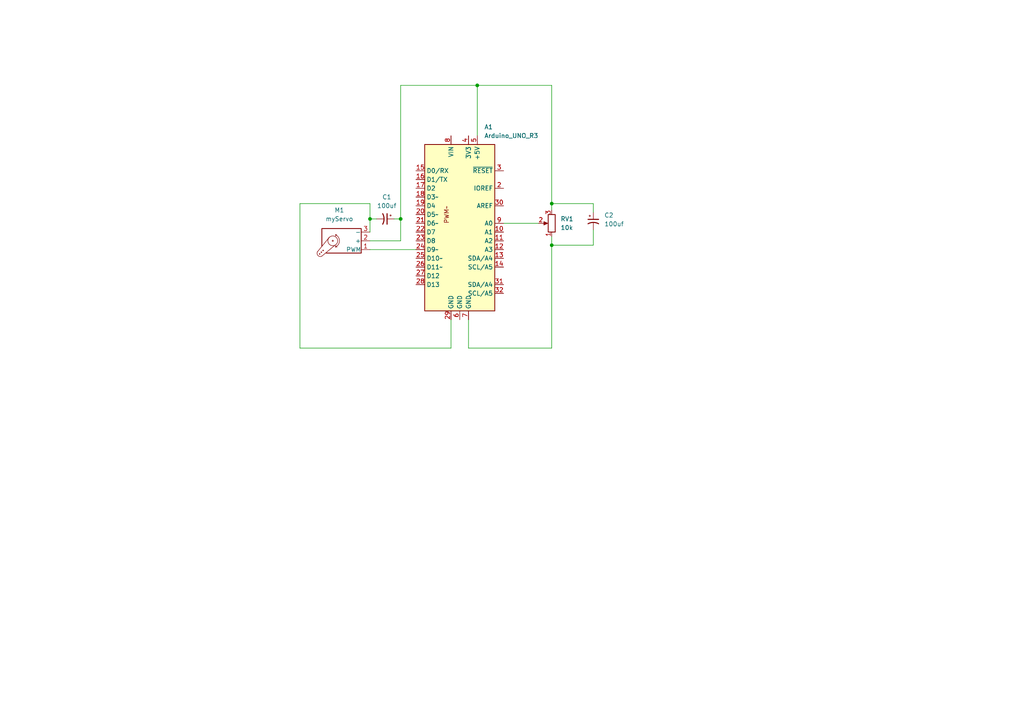
<source format=kicad_sch>
(kicad_sch (version 20211123) (generator eeschema)
  (paper "A4")
  (lib_symbols
    (symbol "Arduino:Arduino_UNO_R3"
      (property "Reference" "A" (at -10.16 23.495 0))
      (property "Value" "Arduino_UNO_R3" (at 5.08 -26.67 0))
      (symbol "Arduino_UNO_R3_0_0"
        (text "PWM~" (at -3.81 2.54 900) (effects (font (size 1.27 1.27))))
      )
      (symbol "Arduino_UNO_R3_0_1"
        (rectangle (start -10.16 22.86) (end 10.16 -25.4) (stroke (width 0.254)) (fill (type background)))
      )
      (symbol "Arduino_UNO_R3_1_1"
        (pin no_connect line (at -10.16 -20.32 0) (length 2.54) hide (name "NC") (number "1"))
        (pin bidirectional line (at 12.7 -2.54 180) (length 2.54) (name "A1") (number "10"))
        (pin bidirectional line (at 12.7 -5.08 180) (length 2.54) (name "A2") (number "11"))
        (pin bidirectional line (at 12.7 -7.62 180) (length 2.54) (name "A3") (number "12"))
        (pin bidirectional line (at 12.7 -10.16 180) (length 2.54) (name "SDA/A4") (number "13"))
        (pin bidirectional line (at 12.7 -12.7 180) (length 2.54) (name "SCL/A5") (number "14"))
        (pin bidirectional line (at -12.7 15.24 0) (length 2.54) (name "D0/RX") (number "15"))
        (pin bidirectional line (at -12.7 12.7 0) (length 2.54) (name "D1/TX") (number "16"))
        (pin bidirectional line (at -12.7 10.16 0) (length 2.54) (name "D2") (number "17"))
        (pin bidirectional line (at -12.7 7.62 0) (length 2.54) (name "D3~") (number "18"))
        (pin bidirectional line (at -12.7 5.08 0) (length 2.54) (name "D4") (number "19"))
        (pin output line (at 12.7 10.16 180) (length 2.54) (name "IOREF") (number "2"))
        (pin bidirectional line (at -12.7 2.54 0) (length 2.54) (name "D5~") (number "20"))
        (pin bidirectional line (at -12.7 0 0) (length 2.54) (name "D6~") (number "21"))
        (pin bidirectional line (at -12.7 -2.54 0) (length 2.54) (name "D7") (number "22"))
        (pin bidirectional line (at -12.7 -5.08 0) (length 2.54) (name "D8") (number "23"))
        (pin bidirectional line (at -12.7 -7.62 0) (length 2.54) (name "D9~") (number "24"))
        (pin bidirectional line (at -12.7 -10.16 0) (length 2.54) (name "D10~") (number "25"))
        (pin bidirectional line (at -12.7 -12.7 0) (length 2.54) (name "D11~") (number "26"))
        (pin bidirectional line (at -12.7 -15.24 0) (length 2.54) (name "D12") (number "27"))
        (pin bidirectional line (at -12.7 -17.78 0) (length 2.54) (name "D13") (number "28"))
        (pin power_in line (at -2.54 -27.94 90) (length 2.54) (name "GND") (number "29"))
        (pin input line (at 12.7 15.24 180) (length 2.54) (name "~{RESET}") (number "3"))
        (pin input line (at 12.7 5.08 180) (length 2.54) (name "AREF") (number "30"))
        (pin bidirectional line (at 12.7 -17.78 180) (length 2.54) (name "SDA/A4") (number "31"))
        (pin bidirectional line (at 12.7 -20.32 180) (length 2.54) (name "SCL/A5") (number "32"))
        (pin power_out line (at 2.54 25.4 270) (length 2.54) (name "3V3") (number "4"))
        (pin power_out line (at 5.08 25.4 270) (length 2.54) (name "+5V") (number "5"))
        (pin power_in line (at 0 -27.94 90) (length 2.54) (name "GND") (number "6"))
        (pin power_in line (at 2.54 -27.94 90) (length 2.54) (name "GND") (number "7"))
        (pin power_in line (at -2.54 25.4 270) (length 2.54) (name "VIN") (number "8"))
        (pin bidirectional line (at 12.7 0 180) (length 2.54) (name "A0") (number "9"))
      )
    )
    (symbol "Device:C_Polarized_Small_US" (pin_numbers hide) (pin_names (offset 0.254) hide)
      (property "Reference" "C" (at 0.254 1.778 0))
      (property "Value" "C_Polarized_Small_US" (at 0.254 -2.032 0))
      (symbol "C_Polarized_Small_US_0_1"
        (polyline (pts (xy -1.524 0.508) (xy 1.524 0.508)) (stroke (width 0.3048)))
        (polyline (pts (xy -1.27 1.524) (xy -0.762 1.524)))
        (polyline (pts (xy -1.016 1.27) (xy -1.016 1.778)))
        (arc (start 1.524 -0.762) (mid 0 -0.3734) (end -1.524 -0.762) (stroke (width 0.3048)))
      )
      (symbol "C_Polarized_Small_US_1_1"
        (pin passive line (at 0 2.54 270) (length 2.032) (name "~") (number "1"))
        (pin passive line (at 0 -2.54 90) (length 2.032) (name "~") (number "2"))
      )
    )
    (symbol "Device:R_Potentiometer" (pin_names (offset 1.016) hide)
      (property "Reference" "RV" (at -4.445 0 90))
      (property "Value" "R_Potentiometer" (at -2.54 0 90))
      (symbol "R_Potentiometer_0_1"
        (polyline (pts (xy 2.54 0) (xy 1.524 0)))
        (polyline (pts (xy 1.143 0) (xy 2.286 0.508) (xy 2.286 -0.508) (xy 1.143 0)) (fill (type outline)))
        (rectangle (start 1.016 2.54) (end -1.016 -2.54) (stroke (width 0.254)))
      )
      (symbol "R_Potentiometer_1_1"
        (pin passive line (at 0 3.81 270) (length 1.27) (name "1") (number "1"))
        (pin passive line (at 3.81 0 180) (length 1.27) (name "2") (number "2"))
        (pin passive line (at 0 -3.81 90) (length 1.27) (name "3") (number "3"))
      )
    )
    (symbol "Motor:Motor_Servo" (pin_names (offset 0.0254))
      (property "Reference" "M" (at -5.08 4.445 0))
      (property "Value" "Motor_Servo" (at -5.08 -4.064 0))
      (symbol "Motor_Servo_0_1"
        (polyline (pts (xy 2.413 -1.778) (xy 2.032 -1.778)))
        (polyline (pts (xy 2.413 -1.778) (xy 2.286 -1.397)))
        (polyline (pts (xy 2.413 1.778) (xy 1.905 1.778)))
        (polyline (pts (xy 2.413 1.778) (xy 2.286 1.397)))
        (polyline (pts (xy 6.35 4.445) (xy 2.54 1.27)))
        (polyline (pts (xy 7.62 3.175) (xy 4.191 -1.016)))
        (polyline (pts (xy 5.08 3.556) (xy -5.08 3.556) (xy -5.08 -3.556) (xy 6.35 -3.556) (xy 6.35 1.524)) (stroke (width 0.254)))
        (arc (start 2.413 1.778) (mid 1.2406 0) (end 2.413 -1.778))
        (circle (center 3.175 0) (radius 0.1778))
        (circle (center 3.175 0) (radius 1.4224))
        (circle (center 5.969 2.794) (radius 0.127))
        (circle (center 6.477 3.302) (radius 0.127))
        (circle (center 6.985 3.81) (radius 0.127))
        (arc (start 7.62 3.175) (mid 7.4485 4.2735) (end 6.35 4.445))
      )
      (symbol "Motor_Servo_1_1"
        (pin passive line (at -7.62 2.54 0) (length 2.54) (name "PWM") (number "1"))
        (pin passive line (at -7.62 0 0) (length 2.54) (name "+") (number "2"))
        (pin passive line (at -7.62 -2.54 0) (length 2.54) (name "-") (number "3"))
      )
    )
  )
  (junction (at 138.43 24.765))
  (junction (at 160.02 71.12))
  (junction (at 107.315 63.5))
  (junction (at 116.205 63.5))
  (junction (at 160.02 59.055))
  (wire (pts (xy 116.205 63.5) (xy 116.205 69.85)))
  (wire (pts (xy 86.995 100.965) (xy 130.81 100.965)))
  (wire (pts (xy 107.315 72.39) (xy 120.65 72.39)))
  (wire (pts (xy 172.085 71.12) (xy 160.02 71.12)))
  (wire (pts (xy 135.89 100.965) (xy 135.89 92.71)))
  (wire (pts (xy 146.05 64.77) (xy 156.21 64.77)))
  (wire (pts (xy 86.995 59.055) (xy 86.995 100.965)))
  (wire (pts (xy 130.81 100.965) (xy 130.81 92.71)))
  (wire (pts (xy 172.085 66.675) (xy 172.085 71.12)))
  (wire (pts (xy 116.205 24.765) (xy 116.205 63.5)))
  (wire (pts (xy 138.43 24.765) (xy 116.205 24.765)))
  (wire (pts (xy 138.43 39.37) (xy 138.43 24.765)))
  (wire (pts (xy 160.02 59.055) (xy 160.02 60.96)))
  (wire (pts (xy 172.085 59.055) (xy 160.02 59.055)))
  (wire (pts (xy 138.43 24.765) (xy 160.02 24.765)))
  (wire (pts (xy 114.3 63.5) (xy 116.205 63.5)))
  (wire (pts (xy 160.02 100.965) (xy 135.89 100.965)))
  (wire (pts (xy 107.315 59.055) (xy 86.995 59.055)))
  (wire (pts (xy 160.02 68.58) (xy 160.02 71.12)))
  (wire (pts (xy 160.02 71.12) (xy 160.02 100.965)))
  (wire (pts (xy 107.315 63.5) (xy 107.315 59.055)))
  (wire (pts (xy 172.085 61.595) (xy 172.085 59.055)))
  (wire (pts (xy 107.315 67.31) (xy 107.315 63.5)))
  (wire (pts (xy 107.315 69.85) (xy 116.205 69.85)))
  (wire (pts (xy 107.315 63.5) (xy 109.22 63.5)))
  (wire (pts (xy 160.02 24.765) (xy 160.02 59.055)))
  (symbol (lib_id "Device:C_Polarized_Small_US") (at 111.76 63.5 270) (unit 1)
    (property "Reference" "C1" (at 112.1918 57.15 90))
    (property "Value" "100uf" (at 112.1918 59.69 90))
  )
  (symbol (lib_id "Device:C_Polarized_Small_US") (at 172.085 64.135 0) (unit 1)
    (property "Reference" "C2" (at 175.26 62.4331 0) (effects (justify left)))
    (property "Value" "100uf" (at 175.26 64.9731 0) (effects (justify left)))
  )
  (symbol (lib_id "Device:R_Potentiometer") (at 160.02 64.77 180) (unit 1)
    (property "Reference" "RV1" (at 162.56 63.4999 0) (effects (justify right)))
    (property "Value" "10k" (at 162.56 66.0399 0) (effects (justify right)))
  )
  (symbol (lib_id "Arduino:Arduino_UNO_R3") (at 133.35 64.77 0) (unit 1)
    (property "Reference" "A1" (at 140.4494 36.83 0) (effects (justify left)))
    (property "Value" "Arduino_UNO_R3" (at 140.4494 39.37 0) (effects (justify left)))
    (property "Footprint" "Module:Arduino_UNO_R3" (effects hide))
    (property "Datasheet" "https://www.arduino.cc/en/Main/arduinoBoardUno" (effects hide))
  )
  (symbol (lib_id "Motor:Motor_Servo") (at 99.695 69.85 180) (unit 1)
    (property "Reference" "M1" (at 98.4361 60.96 0))
    (property "Value" "myServo" (at 98.4361 63.5 0))
    (property "Datasheet" "http://forums.parallax.com/uploads/attachments/46831/74481.png" (effects hide))
  )
)
</source>
